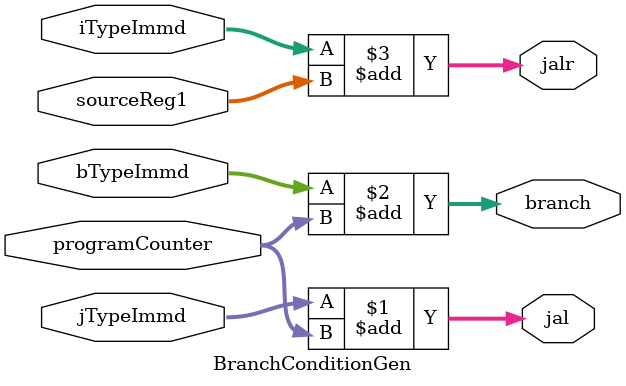
<source format=sv>
`timescale 1ns / 1ps


module BranchConditionGen(
    // Inputs
    input [31:0] programCounter,
    input [31:0] jTypeImmd,
    input [31:0] bTypeImmd,
    input [31:0] iTypeImmd,
    input [31:0] sourceReg1,

    // Outputs
    output logic [31:0] jal,
    output logic [31:0] branch,
    output logic [31:0] jalr
);

    // Generate the jal address
    assign jal = jTypeImmd + programCounter;

    // Generate the branch address
    assign branch = bTypeImmd + programCounter;
    
    // Generate the jalr address
    assign jalr = iTypeImmd + sourceReg1;

endmodule
</source>
